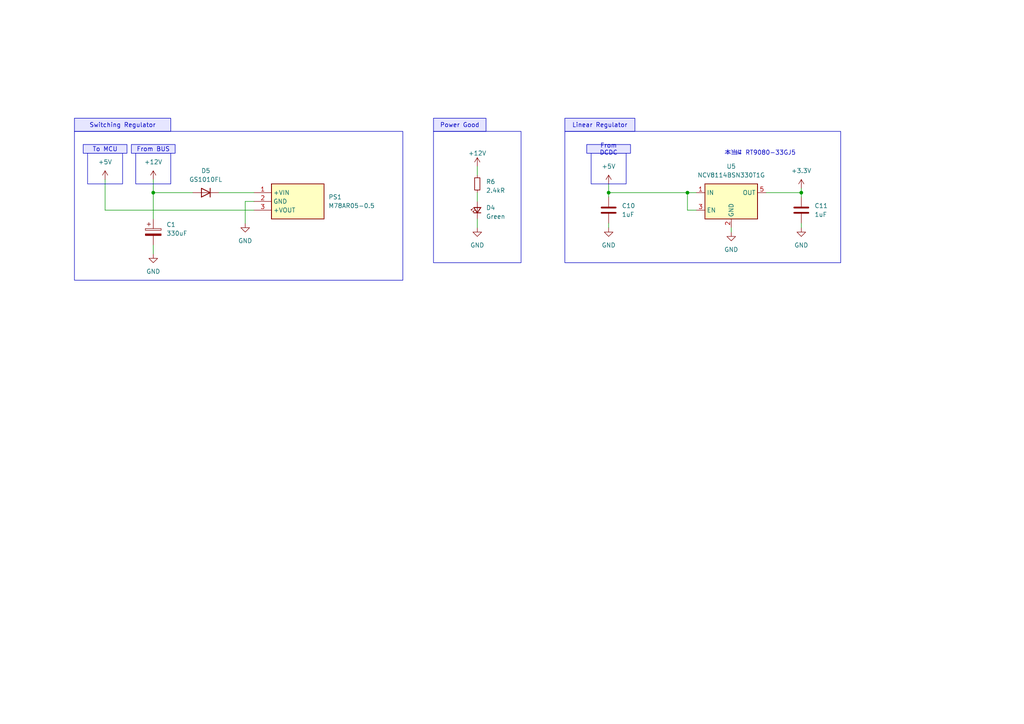
<source format=kicad_sch>
(kicad_sch (version 20250114) (generator "eeschema") (generator_version "9.0")
  (paper "A4")
  (lib_symbols
    (symbol "Device:C" (pin_numbers (hide yes)) (pin_names (offset 0.254))
      (property "Reference" "C" (at 0.635 2.54 0))
      (property "Value" "C" (at 0.635 -2.54 0))
      (symbol "C_0_1"
        (polyline (pts (xy -2.032 0.762) (xy 2.032 0.762)) (stroke (width 0.508)))
        (polyline (pts (xy -2.032 -0.762) (xy 2.032 -0.762)) (stroke (width 0.508)))
      )
      (symbol "C_1_1"
        (pin passive line (at 0 3.81 270) (length 2.794) (name "~") (number "1"))
        (pin passive line (at 0 -3.81 90) (length 2.794) (name "~") (number "2"))
      )
    )
    (symbol "Device:C_Polarized" (pin_numbers (hide yes)) (pin_names (offset 0.254))
      (property "Reference" "C" (at 0.635 2.54 0))
      (property "Value" "C_Polarized" (at 0.635 -2.54 0))
      (symbol "C_Polarized_0_1"
        (rectangle (start -2.286 0.508) (end 2.286 1.016))
        (polyline (pts (xy -1.778 2.286) (xy -0.762 2.286)))
        (polyline (pts (xy -1.27 2.794) (xy -1.27 1.778)))
        (rectangle (start 2.286 -0.508) (end -2.286 -1.016) (fill (type outline)))
      )
      (symbol "C_Polarized_1_1"
        (pin passive line (at 0 3.81 270) (length 2.794) (name "~") (number "1"))
        (pin passive line (at 0 -3.81 90) (length 2.794) (name "~") (number "2"))
      )
    )
    (symbol "Device:D" (pin_numbers (hide yes)) (pin_names (offset 1.016) (hide yes))
      (property "Reference" "D" (at 0 2.54 0))
      (property "Value" "D" (at 0 -2.54 0))
      (symbol "D_0_1"
        (polyline (pts (xy -1.27 1.27) (xy -1.27 -1.27)) (stroke (width 0.254)))
        (polyline (pts (xy 1.27 1.27) (xy 1.27 -1.27) (xy -1.27 0) (xy 1.27 1.27)) (stroke (width 0.254)))
        (polyline (pts (xy 1.27 0) (xy -1.27 0)))
      )
      (symbol "D_1_1"
        (pin passive line (at -3.81 0 0) (length 2.54) (name "K") (number "1"))
        (pin passive line (at 3.81 0 180) (length 2.54) (name "A") (number "2"))
      )
    )
    (symbol "Device:LED_Small" (pin_numbers (hide yes)) (pin_names (offset 0.254) (hide yes))
      (property "Reference" "D" (at -1.27 3.175 0))
      (property "Value" "LED_Small" (at -4.445 -2.54 0))
      (symbol "LED_Small_0_1"
        (polyline (pts (xy -0.762 -1.016) (xy -0.762 1.016)) (stroke (width 0.254)))
        (polyline (pts (xy 0 0.762) (xy -0.508 1.27) (xy -0.254 1.27) (xy -0.508 1.27) (xy -0.508 1.016)))
        (polyline (pts (xy 0.508 1.27) (xy 0 1.778) (xy 0.254 1.778) (xy 0 1.778) (xy 0 1.524)))
        (polyline (pts (xy 0.762 -1.016) (xy -0.762 0) (xy 0.762 1.016) (xy 0.762 -1.016)) (stroke (width 0.254)))
        (polyline (pts (xy 1.016 0) (xy -0.762 0)))
      )
      (symbol "LED_Small_1_1"
        (pin passive line (at -2.54 0 0) (length 1.778) (name "K") (number "1"))
        (pin passive line (at 2.54 0 180) (length 1.778) (name "A") (number "2"))
      )
    )
    (symbol "Device:R_Small" (pin_numbers (hide yes)) (pin_names (offset 0.254) (hide yes))
      (property "Reference" "R" (at 0.762 0.508 0))
      (property "Value" "R_Small" (at 0.762 -1.016 0))
      (symbol "R_Small_0_1"
        (rectangle (start -0.762 1.778) (end 0.762 -1.778) (stroke (width 0.2032)))
      )
      (symbol "R_Small_1_1"
        (pin passive line (at 0 2.54 270) (length 0.762) (name "~") (number "1"))
        (pin passive line (at 0 -2.54 90) (length 0.762) (name "~") (number "2"))
      )
    )
    (symbol "GND_1" (power) (pin_numbers (hide yes)) (pin_names (offset 0) (hide yes))
      (property "Value" "GND" (at 0 -3.81 0))
      (symbol "GND_1_0_1"
        (polyline (pts (xy 0 0) (xy 0 -1.27) (xy 1.27 -1.27) (xy 0 -2.54) (xy -1.27 -1.27) (xy 0 -1.27)))
      )
      (symbol "GND_1_1_1"
        (pin power_in line (at 0 0 270) (length 0) (name "~") (number "1"))
      )
    )
    (symbol "Regulator_Linear:NCV8114BSN330T1G"
      (property "Reference" "U" (at 0 8.89 0))
      (property "Value" "NCV8114BSN330T1G" (at 0 6.35 0))
      (symbol "NCV8114BSN330T1G_0_1"
        (rectangle (start -7.62 5.08) (end 7.62 -5.08) (stroke (width 0.254)) (fill (type background)))
      )
      (symbol "NCV8114BSN330T1G_1_1"
        (pin power_in line (at -10.16 2.54 0) (length 2.54) (name "IN") (number "1"))
        (pin input line (at -10.16 -2.54 0) (length 2.54) (name "EN") (number "3"))
        (pin power_in line (at 0 -7.62 90) (length 2.54) (name "GND") (number "2"))
        (pin no_connect line (at 7.62 -2.54 180) (length 2.54) (hide yes) (name "NC") (number "4"))
        (pin power_out line (at 10.16 2.54 180) (length 2.54) (name "OUT") (number "5"))
      )
    )
    (symbol "TSRP_IC:M78AR05-0.5"
      (property "Reference" "PS" (at 21.59 7.62 0))
      (property "Value" "M78AR05-0.5" (at 21.59 5.08 0))
      (symbol "M78AR05-0.5_1_1"
        (rectangle (start 5.08 2.54) (end 20.32 -7.62) (stroke (width 0.254)) (fill (type background)))
        (pin passive line (at 0 0 0) (length 5.08) (name "+VIN") (number "1"))
        (pin passive line (at 0 -2.54 0) (length 5.08) (name "GND") (number "2"))
        (pin passive line (at 0 -5.08 0) (length 5.08) (name "+VOUT") (number "3"))
      )
    )
    (symbol "power:+12V" (power) (pin_names (offset 0))
      (property "Value" "+12V" (at 0 3.556 0))
      (symbol "+12V_0_1"
        (polyline (pts (xy -0.762 1.27) (xy 0 2.54)))
        (polyline (pts (xy 0 2.54) (xy 0.762 1.27)))
        (polyline (pts (xy 0 0) (xy 0 2.54)))
      )
      (symbol "+12V_1_1"
        (pin power_in line (at 0 0 90) (length 0) (hide yes) (name "+12V") (number "1"))
      )
    )
    (symbol "power:+3.3V" (power) (pin_numbers (hide yes)) (pin_names (offset 0) (hide yes))
      (property "Value" "+3.3V" (at 0 3.556 0))
      (symbol "+3.3V_0_1"
        (polyline (pts (xy -0.762 1.27) (xy 0 2.54)))
        (polyline (pts (xy 0 2.54) (xy 0.762 1.27)))
        (polyline (pts (xy 0 0) (xy 0 2.54)))
      )
      (symbol "+3.3V_1_1"
        (pin power_in line (at 0 0 90) (length 0) (name "~") (number "1"))
      )
    )
    (symbol "power:+5V" (power) (pin_names (offset 0))
      (property "Value" "+5V" (at 0 3.556 0))
      (symbol "+5V_0_1"
        (polyline (pts (xy -0.762 1.27) (xy 0 2.54)))
        (polyline (pts (xy 0 2.54) (xy 0.762 1.27)))
        (polyline (pts (xy 0 0) (xy 0 2.54)))
      )
      (symbol "+5V_1_1"
        (pin power_in line (at 0 0 90) (length 0) (hide yes) (name "+5V") (number "1"))
      )
    )
    (symbol "power:GND" (power) (pin_names (offset 0))
      (property "Value" "GND" (at 0 -3.81 0))
      (symbol "GND_0_1"
        (polyline (pts (xy 0 0) (xy 0 -1.27) (xy 1.27 -1.27) (xy 0 -2.54) (xy -1.27 -1.27) (xy 0 -1.27)))
      )
      (symbol "GND_1_1"
        (pin power_in line (at 0 0 270) (length 0) (hide yes) (name "GND") (number "1"))
      )
    )
  )
  (rectangle (start 163.83 38.1) (end 243.84 76.2))
  (rectangle (start 21.59 38.1) (end 116.84 81.28))
  (rectangle (start 25.4 44.45) (end 35.56 53.34))
  (rectangle (start 171.45 44.45) (end 181.61 53.34))
  (rectangle (start 39.37 44.45) (end 49.53 53.34))
  (rectangle (start 125.73 38.1) (end 151.13 76.2))
  (text "本当は RT9080-33GJ5" (at 220.472 44.45 0) (effects (font (size 1.27 1.27))))
  (text_box "Power Good" (at 125.73 34.29 0) (size 15.24 3.81) (margins 0.9525 0.9525 0.9525 0.9525) (fill (type color) (color 0 0 255 0.1)) (effects (font (size 1.27 1.27))))
  (text_box "Linear Regulator" (at 163.83 34.29 0) (size 20.32 3.81) (margins 0.9525 0.9525 0.9525 0.9525) (fill (type color) (color 0 0 255 0.1)) (effects (font (size 1.27 1.27))))
  (text_box "Switching Regulator" (at 21.59 34.29 0) (size 27.94 3.81) (margins 0.9525 0.9525 0.9525 0.9525) (fill (type color) (color 0 0 255 0.1)) (effects (font (size 1.27 1.27))))
  (text_box "To MCU" (at 24.13 41.91 0) (size 12.7 2.54) (margins 0.9525 0.9525 0.9525 0.9525) (fill (type color) (color 0 0 255 0.1)) (effects (font (size 1.27 1.27))))
  (text_box "From BUS" (at 38.1 41.91 0) (size 12.7 2.54) (margins 0.9525 0.9525 0.9525 0.9525) (fill (type color) (color 0 0 255 0.1)) (effects (font (size 1.27 1.27))))
  (text_box "From DCDC" (at 170.18 41.91 0) (size 12.7 2.54) (margins 0.9525 0.9525 0.9525 0.9525) (fill (type color) (color 0 0 255 0.1)) (effects (font (size 1.27 1.27))))
  (junction (at 176.53 55.88))
  (junction (at 199.39 55.88))
  (junction (at 232.41 55.88))
  (junction (at 44.45 55.88))
  (wire (pts (xy 30.48 60.96) (xy 30.48 52.07)))
  (wire (pts (xy 138.43 48.26) (xy 138.43 50.8)))
  (wire (pts (xy 199.39 55.88) (xy 199.39 60.96)))
  (wire (pts (xy 222.25 55.88) (xy 232.41 55.88)))
  (wire (pts (xy 232.41 55.88) (xy 232.41 54.61)))
  (wire (pts (xy 73.66 60.96) (xy 30.48 60.96)))
  (wire (pts (xy 44.45 55.88) (xy 55.88 55.88)))
  (wire (pts (xy 199.39 55.88) (xy 176.53 55.88)))
  (wire (pts (xy 44.45 73.66) (xy 44.45 71.12)))
  (wire (pts (xy 176.53 55.88) (xy 176.53 53.34)))
  (wire (pts (xy 232.41 64.77) (xy 232.41 66.04)))
  (wire (pts (xy 138.43 55.88) (xy 138.43 58.42)))
  (wire (pts (xy 71.12 58.42) (xy 71.12 64.77)))
  (wire (pts (xy 201.93 55.88) (xy 199.39 55.88)))
  (wire (pts (xy 199.39 60.96) (xy 201.93 60.96)))
  (wire (pts (xy 176.53 55.88) (xy 176.53 57.15)))
  (wire (pts (xy 212.09 66.04) (xy 212.09 67.31)))
  (wire (pts (xy 176.53 64.77) (xy 176.53 66.04)))
  (wire (pts (xy 232.41 55.88) (xy 232.41 57.15)))
  (wire (pts (xy 44.45 52.07) (xy 44.45 55.88)))
  (wire (pts (xy 138.43 63.5) (xy 138.43 66.04)))
  (wire (pts (xy 44.45 55.88) (xy 44.45 63.5)))
  (wire (pts (xy 63.5 55.88) (xy 73.66 55.88)))
  (wire (pts (xy 73.66 58.42) (xy 71.12 58.42)))
  (symbol (lib_id "Device:C") (at 176.53 60.96 0) (unit 1)
    (property "Reference" "C10" (at 180.34 59.6899 0) (effects (justify left)))
    (property "Value" "1uF" (at 180.34 62.2299 0) (effects (justify left)))
    (property "Footprint" "Capacitor_SMD:C_0805_2012Metric_Pad1.18x1.45mm_HandSolder" (effects (hide yes)))
    (property "Datasheet" "https://akizukidenshi.com/catalog/g/g113699/" (effects (hide yes)))
    (property "Description" "Unpolarized capacitor" (effects (hide yes)))
  )
  (symbol (lib_id "power:+12V") (at 44.45 52.07 0) (unit 1)
    (property "Reference" "#PWR066" (effects (hide yes)))
    (property "Value" "+12V" (at 44.45 46.99 0))
    (property "Description" "Power symbol creates a global label with name \"+12V\"" (effects (hide yes)))
  )
  (symbol (lib_id "power:+5V") (at 30.48 52.07 0) (unit 1)
    (property "Reference" "#PWR065" (effects (hide yes)))
    (property "Value" "+5V" (at 30.48 46.99 0))
    (property "Description" "Power symbol creates a global label with name \"+5V\"" (effects (hide yes)))
  )
  (symbol (lib_id "Device:C_Polarized") (at 44.45 67.31 0) (unit 1)
    (property "Reference" "C1" (at 48.26 65.1509 0) (effects (justify left)))
    (property "Value" "330uF" (at 48.26 67.6909 0) (effects (justify left)))
    (property "Footprint" "Capacitor_SMD:CP_Elec_10x10" (effects (hide yes)))
    (property "Description" "Polarized capacitor" (effects (hide yes)))
  )
  (symbol (lib_id "Device:LED_Small") (at 138.43 60.96 90) (unit 1)
    (property "Reference" "D4" (at 140.97 60.2615 90) (effects (justify right)))
    (property "Value" "Green" (at 140.97 62.8015 90) (effects (justify right)))
    (property "Footprint" "LED_SMD:LED_0603_1608Metric_Pad1.05x0.95mm_HandSolder" (effects (hide yes)))
    (property "Datasheet" "https://akizukidenshi.com/catalog/g/gI-06417/" (effects (hide yes)))
  )
  (symbol (lib_id "power:+3.3V") (at 232.41 54.61 0) (unit 1)
    (property "Reference" "#PWR058" (effects (hide yes)))
    (property "Value" "+3.3V" (at 232.41 49.53 0))
    (property "Description" "Power symbol creates a global label with name \"+3.3V\"" (effects (hide yes)))
  )
  (symbol (lib_id "Device:C") (at 232.41 60.96 0) (unit 1)
    (property "Reference" "C11" (at 236.22 59.6899 0) (effects (justify left)))
    (property "Value" "1uF" (at 236.22 62.2299 0) (effects (justify left)))
    (property "Footprint" "Capacitor_SMD:C_0805_2012Metric_Pad1.18x1.45mm_HandSolder" (effects (hide yes)))
    (property "Datasheet" "https://akizukidenshi.com/catalog/g/g113699/" (effects (hide yes)))
    (property "Description" "Unpolarized capacitor" (effects (hide yes)))
  )
  (symbol (lib_id "Device:R_Small") (at 138.43 53.34 0) (unit 1)
    (property "Reference" "R6" (at 140.97 52.705 0) (effects (justify left)))
    (property "Value" "2.4kR" (at 140.97 55.245 0) (effects (justify left)))
    (property "Footprint" "Resistor_SMD:R_0603_1608Metric_Pad0.98x0.95mm_HandSolder" (effects (hide yes)))
    (property "Datasheet" "https://akizukidenshi.com/catalog/g/gI-03978/" (effects (hide yes)))
  )
  (symbol (lib_name "GND_1") (lib_id "power:GND") (at 44.45 73.66 0) (unit 1)
    (property "Reference" "#PWR048" (effects (hide yes)))
    (property "Value" "GND" (at 44.45 78.74 0))
    (property "Description" "Power symbol creates a global label with name \"GND\" , ground" (effects (hide yes)))
  )
  (symbol (lib_id "Regulator_Linear:NCV8114BSN330T1G") (at 212.09 58.42 0) (unit 1)
    (property "Reference" "U5" (at 212.09 48.26 0))
    (property "Value" "NCV8114BSN330T1G" (at 212.09 50.8 0))
    (property "Footprint" "Package_TO_SOT_SMD:TSOT-23-5" (effects (hide yes)))
    (property "Datasheet" "https://akizukidenshi.com/goodsaffix/DS9080-08.pdf" (effects (hide yes)))
    (property "Description" "300mA, Low Noise, Linear Regulator without output active discharge function, 1.7-5.5V input voltage range, 3.3V fixed positive output, TSOT-23-5" (effects (hide yes)))
  )
  (symbol (lib_id "power:GND") (at 232.41 66.04 0) (unit 1)
    (property "Reference" "#PWR059" (effects (hide yes)))
    (property "Value" "GND" (at 232.41 71.12 0))
    (property "Description" "Power symbol creates a global label with name \"GND\" , ground" (effects (hide yes)))
  )
  (symbol (lib_id "Device:D") (at 59.69 55.88 180) (unit 1)
    (property "Reference" "D5" (at 59.69 49.53 0))
    (property "Value" "GS1010FL" (at 59.69 52.07 0))
    (property "Footprint" "Diode_SMD:D_SOD-123F" (effects (hide yes)))
    (property "Datasheet" "https://akizukidenshi.com/catalog/g/g106014/" (effects (hide yes)))
    (property "Description" "Diode" (effects (hide yes)))
    (property "Sim.Device" "D" (effects (hide yes)))
    (property "Sim.Pins" "1=K 2=A" (effects (hide yes)))
  )
  (symbol (lib_id "power:GND") (at 138.43 66.04 0) (unit 1)
    (property "Reference" "#PWR012" (effects (hide yes)))
    (property "Value" "GND" (at 138.43 71.12 0))
  )
  (symbol (lib_id "power:GND") (at 176.53 66.04 0) (unit 1)
    (property "Reference" "#PWR056" (effects (hide yes)))
    (property "Value" "GND" (at 176.53 71.12 0))
    (property "Description" "Power symbol creates a global label with name \"GND\" , ground" (effects (hide yes)))
  )
  (symbol (lib_id "power:+12V") (at 138.43 48.26 0) (unit 1)
    (property "Reference" "#PWR011" (effects (hide yes)))
    (property "Value" "+12V" (at 138.43 44.45 0))
  )
  (symbol (lib_id "power:GND") (at 212.09 67.31 0) (unit 1)
    (property "Reference" "#PWR057" (effects (hide yes)))
    (property "Value" "GND" (at 212.09 72.39 0))
    (property "Description" "Power symbol creates a global label with name \"GND\" , ground" (effects (hide yes)))
  )
  (symbol (lib_id "TSRP_IC:M78AR05-0.5") (at 73.66 55.88 0) (unit 1)
    (property "Reference" "PS1" (at 95.25 57.1499 0) (effects (justify left)))
    (property "Value" "M78AR05-0.5" (at 95.25 59.6899 0) (effects (justify left)))
    (property "Footprint" "TSRP_IC:M78AR03305" (effects (hide yes)))
    (property "Datasheet" "https://www.minmaxpower.com/storage/media/Product-MINMAX/M78AR-0.5/M78AR-0.5_Datasheet.pdf" (effects (hide yes)))
    (property "Description" "The M78AR-0.5 series is a new range of switching regulators designed as a drop-in replacement for old LM78xx linear regulators with low efficiency.The very high efficiency of these step-down converters allow an operating temperature up to 80 at full-load without need of any heatsink. The regulators come in a package which fits in the standard TO-220 footprint of linear regulators." (effects (hide yes)))
    (property "Height" "10.7" (effects (hide yes)))
    (property "Manufacturer_Name" "Minmax" (effects (hide yes)))
    (property "Manufacturer_Part_Number" "M78AR05-0.5" (effects (hide yes)))
  )
  (symbol (lib_id "power:+5V") (at 176.53 53.34 0) (unit 1)
    (property "Reference" "#PWR055" (effects (hide yes)))
    (property "Value" "+5V" (at 176.53 48.26 0))
    (property "Description" "Power symbol creates a global label with name \"+5V\"" (effects (hide yes)))
  )
  (symbol (lib_id "power:GND") (at 71.12 64.77 0) (unit 1)
    (property "Reference" "#PWR067" (effects (hide yes)))
    (property "Value" "GND" (at 71.12 69.85 0))
    (property "Description" "Power symbol creates a global label with name \"GND\" , ground" (effects (hide yes)))
  )
)
</source>
